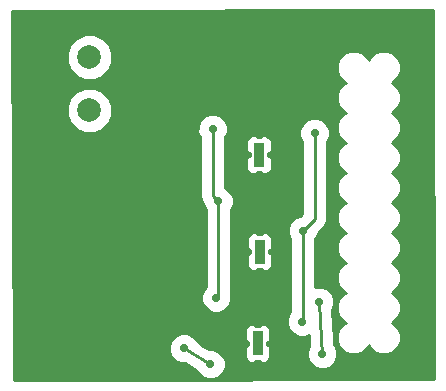
<source format=gbl>
G04 (created by PCBNEW (2013-08-24 BZR 4298)-stable) date Mon 02 Dec 2013 12:58:01 PM PST*
%MOIN*%
G04 Gerber Fmt 3.4, Leading zero omitted, Abs format*
%FSLAX34Y34*%
G01*
G70*
G90*
G04 APERTURE LIST*
%ADD10C,0.005906*%
%ADD11C,0.078700*%
%ADD12C,0.011811*%
%ADD13R,0.035433X0.078740*%
%ADD14C,0.027559*%
%ADD15C,0.009843*%
%ADD16C,0.010000*%
G04 APERTURE END LIST*
G54D10*
G54D11*
X57468Y-31720D03*
X57468Y-29948D03*
G54D12*
X63074Y-39488D03*
G54D13*
X63074Y-39488D03*
G54D12*
X63074Y-39763D03*
X63074Y-39212D03*
X63141Y-36433D03*
G54D13*
X63141Y-36433D03*
G54D12*
X63141Y-36708D03*
X63141Y-36157D03*
X63118Y-33196D03*
G54D13*
X63118Y-33196D03*
G54D12*
X63118Y-33472D03*
X63118Y-32921D03*
G54D14*
X64559Y-38759D03*
X64972Y-32476D03*
X64578Y-35728D03*
X62893Y-29488D03*
X65129Y-38106D03*
X65228Y-39838D03*
X60614Y-39653D03*
X61503Y-40185D03*
X61700Y-37960D03*
X61574Y-32338D03*
X61771Y-34755D03*
G54D15*
X64578Y-38740D02*
X64578Y-35728D01*
X64559Y-38759D02*
X64578Y-38740D01*
X64972Y-35334D02*
X64972Y-32476D01*
X64578Y-35728D02*
X64972Y-35334D01*
X65200Y-39350D02*
X65129Y-38106D01*
X65228Y-39838D02*
X65200Y-39350D01*
X61055Y-39921D02*
X60614Y-39653D01*
X61503Y-40185D02*
X61055Y-39921D01*
X61771Y-37889D02*
X61771Y-34755D01*
X61700Y-37960D02*
X61771Y-37889D01*
X61574Y-34559D02*
X61574Y-32338D01*
X61771Y-34755D02*
X61574Y-34559D01*
G54D10*
G36*
X68953Y-40670D02*
X67841Y-40674D01*
X67841Y-39180D01*
X67756Y-38973D01*
X67598Y-38815D01*
X67540Y-38791D01*
X67597Y-38767D01*
X67755Y-38609D01*
X67841Y-38403D01*
X67841Y-38180D01*
X67756Y-37973D01*
X67598Y-37815D01*
X67540Y-37791D01*
X67597Y-37767D01*
X67755Y-37609D01*
X67841Y-37403D01*
X67841Y-37180D01*
X67756Y-36973D01*
X67598Y-36815D01*
X67540Y-36791D01*
X67597Y-36767D01*
X67755Y-36609D01*
X67841Y-36403D01*
X67841Y-36180D01*
X67756Y-35973D01*
X67598Y-35815D01*
X67540Y-35791D01*
X67597Y-35767D01*
X67755Y-35609D01*
X67841Y-35403D01*
X67841Y-35180D01*
X67756Y-34973D01*
X67598Y-34815D01*
X67540Y-34791D01*
X67597Y-34767D01*
X67755Y-34609D01*
X67841Y-34403D01*
X67841Y-34180D01*
X67756Y-33973D01*
X67598Y-33815D01*
X67540Y-33791D01*
X67597Y-33767D01*
X67755Y-33609D01*
X67841Y-33403D01*
X67841Y-33180D01*
X67756Y-32973D01*
X67598Y-32815D01*
X67540Y-32791D01*
X67597Y-32767D01*
X67755Y-32609D01*
X67841Y-32403D01*
X67841Y-32180D01*
X67756Y-31973D01*
X67598Y-31815D01*
X67540Y-31791D01*
X67597Y-31767D01*
X67755Y-31609D01*
X67841Y-31403D01*
X67841Y-31180D01*
X67756Y-30973D01*
X67598Y-30815D01*
X67540Y-30791D01*
X67597Y-30767D01*
X67755Y-30609D01*
X67841Y-30403D01*
X67841Y-30180D01*
X67756Y-29973D01*
X67598Y-29815D01*
X67391Y-29729D01*
X67168Y-29729D01*
X66961Y-29814D01*
X66803Y-29972D01*
X66779Y-30030D01*
X66756Y-29973D01*
X66598Y-29815D01*
X66391Y-29729D01*
X66168Y-29729D01*
X65961Y-29814D01*
X65803Y-29972D01*
X65717Y-30179D01*
X65717Y-30402D01*
X65802Y-30609D01*
X65960Y-30767D01*
X66018Y-30791D01*
X65961Y-30814D01*
X65803Y-30972D01*
X65717Y-31179D01*
X65717Y-31402D01*
X65802Y-31609D01*
X65960Y-31767D01*
X66018Y-31791D01*
X65961Y-31814D01*
X65803Y-31972D01*
X65717Y-32179D01*
X65717Y-32402D01*
X65802Y-32609D01*
X65960Y-32767D01*
X66018Y-32791D01*
X65961Y-32814D01*
X65803Y-32972D01*
X65717Y-33179D01*
X65717Y-33402D01*
X65802Y-33609D01*
X65960Y-33767D01*
X66018Y-33791D01*
X65961Y-33814D01*
X65803Y-33972D01*
X65717Y-34179D01*
X65717Y-34402D01*
X65802Y-34609D01*
X65960Y-34767D01*
X66018Y-34791D01*
X65961Y-34814D01*
X65803Y-34972D01*
X65717Y-35179D01*
X65717Y-35402D01*
X65802Y-35609D01*
X65960Y-35767D01*
X66018Y-35791D01*
X65961Y-35814D01*
X65803Y-35972D01*
X65717Y-36179D01*
X65717Y-36402D01*
X65802Y-36609D01*
X65960Y-36767D01*
X66018Y-36791D01*
X65961Y-36814D01*
X65803Y-36972D01*
X65717Y-37179D01*
X65717Y-37402D01*
X65802Y-37609D01*
X65960Y-37767D01*
X66018Y-37791D01*
X65961Y-37814D01*
X65803Y-37972D01*
X65717Y-38179D01*
X65717Y-38402D01*
X65802Y-38609D01*
X65960Y-38767D01*
X66018Y-38791D01*
X65961Y-38814D01*
X65803Y-38972D01*
X65717Y-39179D01*
X65717Y-39402D01*
X65802Y-39609D01*
X65960Y-39767D01*
X66167Y-39853D01*
X66390Y-39853D01*
X66597Y-39767D01*
X66755Y-39609D01*
X66779Y-39552D01*
X66802Y-39609D01*
X66960Y-39767D01*
X67167Y-39853D01*
X67390Y-39853D01*
X67597Y-39767D01*
X67755Y-39609D01*
X67841Y-39403D01*
X67841Y-39180D01*
X67841Y-40674D01*
X65731Y-40680D01*
X65731Y-39739D01*
X65654Y-39554D01*
X65625Y-39524D01*
X65614Y-39327D01*
X65614Y-39326D01*
X65614Y-39326D01*
X65560Y-38380D01*
X65632Y-38206D01*
X65632Y-38006D01*
X65556Y-37821D01*
X65415Y-37680D01*
X65230Y-37603D01*
X65030Y-37603D01*
X64992Y-37618D01*
X64992Y-36025D01*
X65004Y-36013D01*
X65081Y-35828D01*
X65081Y-35811D01*
X65265Y-35627D01*
X65265Y-35627D01*
X65319Y-35546D01*
X65355Y-35493D01*
X65355Y-35493D01*
X65386Y-35334D01*
X65386Y-32773D01*
X65398Y-32761D01*
X65475Y-32576D01*
X65475Y-32376D01*
X65398Y-32191D01*
X65257Y-32050D01*
X65072Y-31973D01*
X64872Y-31973D01*
X64688Y-32049D01*
X64546Y-32191D01*
X64469Y-32375D01*
X64469Y-32575D01*
X64545Y-32760D01*
X64558Y-32773D01*
X64558Y-35163D01*
X64495Y-35225D01*
X64479Y-35225D01*
X64294Y-35301D01*
X64152Y-35443D01*
X64076Y-35627D01*
X64075Y-35827D01*
X64152Y-36012D01*
X64164Y-36025D01*
X64164Y-38443D01*
X64133Y-38474D01*
X64056Y-38659D01*
X64056Y-38859D01*
X64132Y-39044D01*
X64273Y-39185D01*
X64458Y-39262D01*
X64658Y-39262D01*
X64778Y-39213D01*
X64787Y-39373D01*
X64787Y-39373D01*
X64798Y-39563D01*
X64725Y-39738D01*
X64725Y-39938D01*
X64801Y-40122D01*
X64943Y-40264D01*
X65127Y-40341D01*
X65327Y-40341D01*
X65512Y-40265D01*
X65654Y-40123D01*
X65731Y-39939D01*
X65731Y-39739D01*
X65731Y-40680D01*
X63568Y-40687D01*
X63568Y-36876D01*
X63568Y-36545D01*
X63506Y-36483D01*
X63451Y-36483D01*
X63453Y-36477D01*
X63448Y-36383D01*
X63506Y-36383D01*
X63568Y-36320D01*
X63568Y-35989D01*
X63545Y-35932D01*
X63545Y-33640D01*
X63545Y-33309D01*
X63482Y-33246D01*
X63428Y-33246D01*
X63430Y-33241D01*
X63424Y-33146D01*
X63482Y-33146D01*
X63545Y-33084D01*
X63545Y-32753D01*
X63507Y-32661D01*
X63436Y-32591D01*
X63345Y-32553D01*
X63245Y-32553D01*
X63230Y-32553D01*
X63171Y-32612D01*
X63162Y-32609D01*
X63066Y-32614D01*
X63005Y-32553D01*
X62990Y-32553D01*
X62891Y-32553D01*
X62799Y-32591D01*
X62729Y-32661D01*
X62690Y-32753D01*
X62690Y-33084D01*
X62753Y-33146D01*
X62808Y-33146D01*
X62806Y-33152D01*
X62811Y-33246D01*
X62753Y-33246D01*
X62690Y-33309D01*
X62690Y-33640D01*
X62729Y-33732D01*
X62799Y-33802D01*
X62891Y-33840D01*
X62990Y-33840D01*
X63005Y-33840D01*
X63064Y-33781D01*
X63073Y-33784D01*
X63169Y-33779D01*
X63230Y-33840D01*
X63245Y-33840D01*
X63345Y-33840D01*
X63436Y-33802D01*
X63507Y-33732D01*
X63545Y-33640D01*
X63545Y-35932D01*
X63530Y-35897D01*
X63460Y-35827D01*
X63368Y-35789D01*
X63269Y-35789D01*
X63254Y-35789D01*
X63194Y-35848D01*
X63186Y-35845D01*
X63090Y-35850D01*
X63029Y-35789D01*
X63014Y-35789D01*
X62914Y-35789D01*
X62822Y-35827D01*
X62752Y-35897D01*
X62714Y-35989D01*
X62714Y-36320D01*
X62777Y-36383D01*
X62831Y-36383D01*
X62829Y-36388D01*
X62834Y-36483D01*
X62777Y-36483D01*
X62714Y-36545D01*
X62714Y-36876D01*
X62752Y-36968D01*
X62822Y-37038D01*
X62914Y-37076D01*
X63014Y-37076D01*
X63029Y-37076D01*
X63088Y-37017D01*
X63097Y-37020D01*
X63192Y-37015D01*
X63254Y-37076D01*
X63269Y-37076D01*
X63368Y-37076D01*
X63460Y-37038D01*
X63530Y-36968D01*
X63568Y-36876D01*
X63568Y-40687D01*
X63501Y-40687D01*
X63501Y-39931D01*
X63501Y-39600D01*
X63439Y-39538D01*
X63384Y-39538D01*
X63386Y-39532D01*
X63381Y-39438D01*
X63439Y-39438D01*
X63501Y-39375D01*
X63501Y-39044D01*
X63463Y-38952D01*
X63393Y-38882D01*
X63301Y-38844D01*
X63202Y-38844D01*
X63187Y-38844D01*
X63128Y-38903D01*
X63119Y-38900D01*
X63023Y-38905D01*
X62962Y-38844D01*
X62947Y-38844D01*
X62847Y-38844D01*
X62756Y-38882D01*
X62685Y-38952D01*
X62647Y-39044D01*
X62647Y-39375D01*
X62710Y-39438D01*
X62764Y-39438D01*
X62762Y-39443D01*
X62768Y-39538D01*
X62710Y-39538D01*
X62647Y-39600D01*
X62647Y-39931D01*
X62685Y-40023D01*
X62756Y-40093D01*
X62847Y-40131D01*
X62947Y-40131D01*
X62962Y-40131D01*
X63021Y-40072D01*
X63030Y-40075D01*
X63125Y-40070D01*
X63187Y-40131D01*
X63202Y-40131D01*
X63301Y-40131D01*
X63393Y-40093D01*
X63463Y-40023D01*
X63501Y-39931D01*
X63501Y-40687D01*
X62274Y-40691D01*
X62274Y-34656D01*
X62198Y-34471D01*
X62056Y-34329D01*
X61988Y-34301D01*
X61988Y-32635D01*
X62000Y-32623D01*
X62077Y-32439D01*
X62077Y-32239D01*
X62001Y-32054D01*
X61859Y-31912D01*
X61675Y-31835D01*
X61475Y-31835D01*
X61290Y-31912D01*
X61148Y-32053D01*
X61072Y-32238D01*
X61071Y-32438D01*
X61148Y-32622D01*
X61160Y-32635D01*
X61160Y-34559D01*
X61192Y-34717D01*
X61268Y-34832D01*
X61268Y-34855D01*
X61345Y-35040D01*
X61357Y-35052D01*
X61357Y-37592D01*
X61274Y-37675D01*
X61198Y-37860D01*
X61197Y-38060D01*
X61274Y-38245D01*
X61415Y-38386D01*
X61600Y-38463D01*
X61800Y-38463D01*
X61985Y-38387D01*
X62126Y-38245D01*
X62203Y-38061D01*
X62203Y-37861D01*
X62185Y-37817D01*
X62185Y-35052D01*
X62197Y-35041D01*
X62274Y-34856D01*
X62274Y-34656D01*
X62274Y-40691D01*
X62006Y-40691D01*
X62006Y-40085D01*
X61930Y-39900D01*
X61789Y-39759D01*
X61604Y-39682D01*
X61465Y-39682D01*
X61267Y-39565D01*
X61073Y-39447D01*
X61040Y-39369D01*
X60899Y-39227D01*
X60714Y-39150D01*
X60514Y-39150D01*
X60329Y-39227D01*
X60188Y-39368D01*
X60111Y-39553D01*
X60111Y-39753D01*
X60187Y-39937D01*
X60329Y-40079D01*
X60513Y-40156D01*
X60644Y-40156D01*
X60840Y-40275D01*
X60843Y-40276D01*
X60845Y-40278D01*
X61047Y-40397D01*
X61077Y-40469D01*
X61218Y-40611D01*
X61403Y-40687D01*
X61603Y-40687D01*
X61788Y-40611D01*
X61929Y-40470D01*
X62006Y-40285D01*
X62006Y-40085D01*
X62006Y-40691D01*
X58227Y-40703D01*
X58227Y-31570D01*
X58227Y-29798D01*
X58111Y-29519D01*
X57898Y-29306D01*
X57620Y-29190D01*
X57318Y-29190D01*
X57039Y-29305D01*
X56825Y-29518D01*
X56710Y-29797D01*
X56709Y-30098D01*
X56825Y-30377D01*
X57038Y-30591D01*
X57316Y-30707D01*
X57618Y-30707D01*
X57897Y-30592D01*
X58111Y-30378D01*
X58226Y-30100D01*
X58227Y-29798D01*
X58227Y-31570D01*
X58111Y-31291D01*
X57898Y-31078D01*
X57620Y-30962D01*
X57318Y-30962D01*
X57039Y-31077D01*
X56825Y-31290D01*
X56710Y-31569D01*
X56709Y-31870D01*
X56825Y-32149D01*
X57038Y-32363D01*
X57316Y-32479D01*
X57618Y-32479D01*
X57897Y-32364D01*
X58111Y-32150D01*
X58226Y-31872D01*
X58227Y-31570D01*
X58227Y-40703D01*
X54947Y-40713D01*
X54892Y-28404D01*
X68934Y-28384D01*
X68953Y-40670D01*
X68953Y-40670D01*
G37*
G54D16*
X68953Y-40670D02*
X67841Y-40674D01*
X67841Y-39180D01*
X67756Y-38973D01*
X67598Y-38815D01*
X67540Y-38791D01*
X67597Y-38767D01*
X67755Y-38609D01*
X67841Y-38403D01*
X67841Y-38180D01*
X67756Y-37973D01*
X67598Y-37815D01*
X67540Y-37791D01*
X67597Y-37767D01*
X67755Y-37609D01*
X67841Y-37403D01*
X67841Y-37180D01*
X67756Y-36973D01*
X67598Y-36815D01*
X67540Y-36791D01*
X67597Y-36767D01*
X67755Y-36609D01*
X67841Y-36403D01*
X67841Y-36180D01*
X67756Y-35973D01*
X67598Y-35815D01*
X67540Y-35791D01*
X67597Y-35767D01*
X67755Y-35609D01*
X67841Y-35403D01*
X67841Y-35180D01*
X67756Y-34973D01*
X67598Y-34815D01*
X67540Y-34791D01*
X67597Y-34767D01*
X67755Y-34609D01*
X67841Y-34403D01*
X67841Y-34180D01*
X67756Y-33973D01*
X67598Y-33815D01*
X67540Y-33791D01*
X67597Y-33767D01*
X67755Y-33609D01*
X67841Y-33403D01*
X67841Y-33180D01*
X67756Y-32973D01*
X67598Y-32815D01*
X67540Y-32791D01*
X67597Y-32767D01*
X67755Y-32609D01*
X67841Y-32403D01*
X67841Y-32180D01*
X67756Y-31973D01*
X67598Y-31815D01*
X67540Y-31791D01*
X67597Y-31767D01*
X67755Y-31609D01*
X67841Y-31403D01*
X67841Y-31180D01*
X67756Y-30973D01*
X67598Y-30815D01*
X67540Y-30791D01*
X67597Y-30767D01*
X67755Y-30609D01*
X67841Y-30403D01*
X67841Y-30180D01*
X67756Y-29973D01*
X67598Y-29815D01*
X67391Y-29729D01*
X67168Y-29729D01*
X66961Y-29814D01*
X66803Y-29972D01*
X66779Y-30030D01*
X66756Y-29973D01*
X66598Y-29815D01*
X66391Y-29729D01*
X66168Y-29729D01*
X65961Y-29814D01*
X65803Y-29972D01*
X65717Y-30179D01*
X65717Y-30402D01*
X65802Y-30609D01*
X65960Y-30767D01*
X66018Y-30791D01*
X65961Y-30814D01*
X65803Y-30972D01*
X65717Y-31179D01*
X65717Y-31402D01*
X65802Y-31609D01*
X65960Y-31767D01*
X66018Y-31791D01*
X65961Y-31814D01*
X65803Y-31972D01*
X65717Y-32179D01*
X65717Y-32402D01*
X65802Y-32609D01*
X65960Y-32767D01*
X66018Y-32791D01*
X65961Y-32814D01*
X65803Y-32972D01*
X65717Y-33179D01*
X65717Y-33402D01*
X65802Y-33609D01*
X65960Y-33767D01*
X66018Y-33791D01*
X65961Y-33814D01*
X65803Y-33972D01*
X65717Y-34179D01*
X65717Y-34402D01*
X65802Y-34609D01*
X65960Y-34767D01*
X66018Y-34791D01*
X65961Y-34814D01*
X65803Y-34972D01*
X65717Y-35179D01*
X65717Y-35402D01*
X65802Y-35609D01*
X65960Y-35767D01*
X66018Y-35791D01*
X65961Y-35814D01*
X65803Y-35972D01*
X65717Y-36179D01*
X65717Y-36402D01*
X65802Y-36609D01*
X65960Y-36767D01*
X66018Y-36791D01*
X65961Y-36814D01*
X65803Y-36972D01*
X65717Y-37179D01*
X65717Y-37402D01*
X65802Y-37609D01*
X65960Y-37767D01*
X66018Y-37791D01*
X65961Y-37814D01*
X65803Y-37972D01*
X65717Y-38179D01*
X65717Y-38402D01*
X65802Y-38609D01*
X65960Y-38767D01*
X66018Y-38791D01*
X65961Y-38814D01*
X65803Y-38972D01*
X65717Y-39179D01*
X65717Y-39402D01*
X65802Y-39609D01*
X65960Y-39767D01*
X66167Y-39853D01*
X66390Y-39853D01*
X66597Y-39767D01*
X66755Y-39609D01*
X66779Y-39552D01*
X66802Y-39609D01*
X66960Y-39767D01*
X67167Y-39853D01*
X67390Y-39853D01*
X67597Y-39767D01*
X67755Y-39609D01*
X67841Y-39403D01*
X67841Y-39180D01*
X67841Y-40674D01*
X65731Y-40680D01*
X65731Y-39739D01*
X65654Y-39554D01*
X65625Y-39524D01*
X65614Y-39327D01*
X65614Y-39326D01*
X65614Y-39326D01*
X65560Y-38380D01*
X65632Y-38206D01*
X65632Y-38006D01*
X65556Y-37821D01*
X65415Y-37680D01*
X65230Y-37603D01*
X65030Y-37603D01*
X64992Y-37618D01*
X64992Y-36025D01*
X65004Y-36013D01*
X65081Y-35828D01*
X65081Y-35811D01*
X65265Y-35627D01*
X65265Y-35627D01*
X65319Y-35546D01*
X65355Y-35493D01*
X65355Y-35493D01*
X65386Y-35334D01*
X65386Y-32773D01*
X65398Y-32761D01*
X65475Y-32576D01*
X65475Y-32376D01*
X65398Y-32191D01*
X65257Y-32050D01*
X65072Y-31973D01*
X64872Y-31973D01*
X64688Y-32049D01*
X64546Y-32191D01*
X64469Y-32375D01*
X64469Y-32575D01*
X64545Y-32760D01*
X64558Y-32773D01*
X64558Y-35163D01*
X64495Y-35225D01*
X64479Y-35225D01*
X64294Y-35301D01*
X64152Y-35443D01*
X64076Y-35627D01*
X64075Y-35827D01*
X64152Y-36012D01*
X64164Y-36025D01*
X64164Y-38443D01*
X64133Y-38474D01*
X64056Y-38659D01*
X64056Y-38859D01*
X64132Y-39044D01*
X64273Y-39185D01*
X64458Y-39262D01*
X64658Y-39262D01*
X64778Y-39213D01*
X64787Y-39373D01*
X64787Y-39373D01*
X64798Y-39563D01*
X64725Y-39738D01*
X64725Y-39938D01*
X64801Y-40122D01*
X64943Y-40264D01*
X65127Y-40341D01*
X65327Y-40341D01*
X65512Y-40265D01*
X65654Y-40123D01*
X65731Y-39939D01*
X65731Y-39739D01*
X65731Y-40680D01*
X63568Y-40687D01*
X63568Y-36876D01*
X63568Y-36545D01*
X63506Y-36483D01*
X63451Y-36483D01*
X63453Y-36477D01*
X63448Y-36383D01*
X63506Y-36383D01*
X63568Y-36320D01*
X63568Y-35989D01*
X63545Y-35932D01*
X63545Y-33640D01*
X63545Y-33309D01*
X63482Y-33246D01*
X63428Y-33246D01*
X63430Y-33241D01*
X63424Y-33146D01*
X63482Y-33146D01*
X63545Y-33084D01*
X63545Y-32753D01*
X63507Y-32661D01*
X63436Y-32591D01*
X63345Y-32553D01*
X63245Y-32553D01*
X63230Y-32553D01*
X63171Y-32612D01*
X63162Y-32609D01*
X63066Y-32614D01*
X63005Y-32553D01*
X62990Y-32553D01*
X62891Y-32553D01*
X62799Y-32591D01*
X62729Y-32661D01*
X62690Y-32753D01*
X62690Y-33084D01*
X62753Y-33146D01*
X62808Y-33146D01*
X62806Y-33152D01*
X62811Y-33246D01*
X62753Y-33246D01*
X62690Y-33309D01*
X62690Y-33640D01*
X62729Y-33732D01*
X62799Y-33802D01*
X62891Y-33840D01*
X62990Y-33840D01*
X63005Y-33840D01*
X63064Y-33781D01*
X63073Y-33784D01*
X63169Y-33779D01*
X63230Y-33840D01*
X63245Y-33840D01*
X63345Y-33840D01*
X63436Y-33802D01*
X63507Y-33732D01*
X63545Y-33640D01*
X63545Y-35932D01*
X63530Y-35897D01*
X63460Y-35827D01*
X63368Y-35789D01*
X63269Y-35789D01*
X63254Y-35789D01*
X63194Y-35848D01*
X63186Y-35845D01*
X63090Y-35850D01*
X63029Y-35789D01*
X63014Y-35789D01*
X62914Y-35789D01*
X62822Y-35827D01*
X62752Y-35897D01*
X62714Y-35989D01*
X62714Y-36320D01*
X62777Y-36383D01*
X62831Y-36383D01*
X62829Y-36388D01*
X62834Y-36483D01*
X62777Y-36483D01*
X62714Y-36545D01*
X62714Y-36876D01*
X62752Y-36968D01*
X62822Y-37038D01*
X62914Y-37076D01*
X63014Y-37076D01*
X63029Y-37076D01*
X63088Y-37017D01*
X63097Y-37020D01*
X63192Y-37015D01*
X63254Y-37076D01*
X63269Y-37076D01*
X63368Y-37076D01*
X63460Y-37038D01*
X63530Y-36968D01*
X63568Y-36876D01*
X63568Y-40687D01*
X63501Y-40687D01*
X63501Y-39931D01*
X63501Y-39600D01*
X63439Y-39538D01*
X63384Y-39538D01*
X63386Y-39532D01*
X63381Y-39438D01*
X63439Y-39438D01*
X63501Y-39375D01*
X63501Y-39044D01*
X63463Y-38952D01*
X63393Y-38882D01*
X63301Y-38844D01*
X63202Y-38844D01*
X63187Y-38844D01*
X63128Y-38903D01*
X63119Y-38900D01*
X63023Y-38905D01*
X62962Y-38844D01*
X62947Y-38844D01*
X62847Y-38844D01*
X62756Y-38882D01*
X62685Y-38952D01*
X62647Y-39044D01*
X62647Y-39375D01*
X62710Y-39438D01*
X62764Y-39438D01*
X62762Y-39443D01*
X62768Y-39538D01*
X62710Y-39538D01*
X62647Y-39600D01*
X62647Y-39931D01*
X62685Y-40023D01*
X62756Y-40093D01*
X62847Y-40131D01*
X62947Y-40131D01*
X62962Y-40131D01*
X63021Y-40072D01*
X63030Y-40075D01*
X63125Y-40070D01*
X63187Y-40131D01*
X63202Y-40131D01*
X63301Y-40131D01*
X63393Y-40093D01*
X63463Y-40023D01*
X63501Y-39931D01*
X63501Y-40687D01*
X62274Y-40691D01*
X62274Y-34656D01*
X62198Y-34471D01*
X62056Y-34329D01*
X61988Y-34301D01*
X61988Y-32635D01*
X62000Y-32623D01*
X62077Y-32439D01*
X62077Y-32239D01*
X62001Y-32054D01*
X61859Y-31912D01*
X61675Y-31835D01*
X61475Y-31835D01*
X61290Y-31912D01*
X61148Y-32053D01*
X61072Y-32238D01*
X61071Y-32438D01*
X61148Y-32622D01*
X61160Y-32635D01*
X61160Y-34559D01*
X61192Y-34717D01*
X61268Y-34832D01*
X61268Y-34855D01*
X61345Y-35040D01*
X61357Y-35052D01*
X61357Y-37592D01*
X61274Y-37675D01*
X61198Y-37860D01*
X61197Y-38060D01*
X61274Y-38245D01*
X61415Y-38386D01*
X61600Y-38463D01*
X61800Y-38463D01*
X61985Y-38387D01*
X62126Y-38245D01*
X62203Y-38061D01*
X62203Y-37861D01*
X62185Y-37817D01*
X62185Y-35052D01*
X62197Y-35041D01*
X62274Y-34856D01*
X62274Y-34656D01*
X62274Y-40691D01*
X62006Y-40691D01*
X62006Y-40085D01*
X61930Y-39900D01*
X61789Y-39759D01*
X61604Y-39682D01*
X61465Y-39682D01*
X61267Y-39565D01*
X61073Y-39447D01*
X61040Y-39369D01*
X60899Y-39227D01*
X60714Y-39150D01*
X60514Y-39150D01*
X60329Y-39227D01*
X60188Y-39368D01*
X60111Y-39553D01*
X60111Y-39753D01*
X60187Y-39937D01*
X60329Y-40079D01*
X60513Y-40156D01*
X60644Y-40156D01*
X60840Y-40275D01*
X60843Y-40276D01*
X60845Y-40278D01*
X61047Y-40397D01*
X61077Y-40469D01*
X61218Y-40611D01*
X61403Y-40687D01*
X61603Y-40687D01*
X61788Y-40611D01*
X61929Y-40470D01*
X62006Y-40285D01*
X62006Y-40085D01*
X62006Y-40691D01*
X58227Y-40703D01*
X58227Y-31570D01*
X58227Y-29798D01*
X58111Y-29519D01*
X57898Y-29306D01*
X57620Y-29190D01*
X57318Y-29190D01*
X57039Y-29305D01*
X56825Y-29518D01*
X56710Y-29797D01*
X56709Y-30098D01*
X56825Y-30377D01*
X57038Y-30591D01*
X57316Y-30707D01*
X57618Y-30707D01*
X57897Y-30592D01*
X58111Y-30378D01*
X58226Y-30100D01*
X58227Y-29798D01*
X58227Y-31570D01*
X58111Y-31291D01*
X57898Y-31078D01*
X57620Y-30962D01*
X57318Y-30962D01*
X57039Y-31077D01*
X56825Y-31290D01*
X56710Y-31569D01*
X56709Y-31870D01*
X56825Y-32149D01*
X57038Y-32363D01*
X57316Y-32479D01*
X57618Y-32479D01*
X57897Y-32364D01*
X58111Y-32150D01*
X58226Y-31872D01*
X58227Y-31570D01*
X58227Y-40703D01*
X54947Y-40713D01*
X54892Y-28404D01*
X68934Y-28384D01*
X68953Y-40670D01*
M02*

</source>
